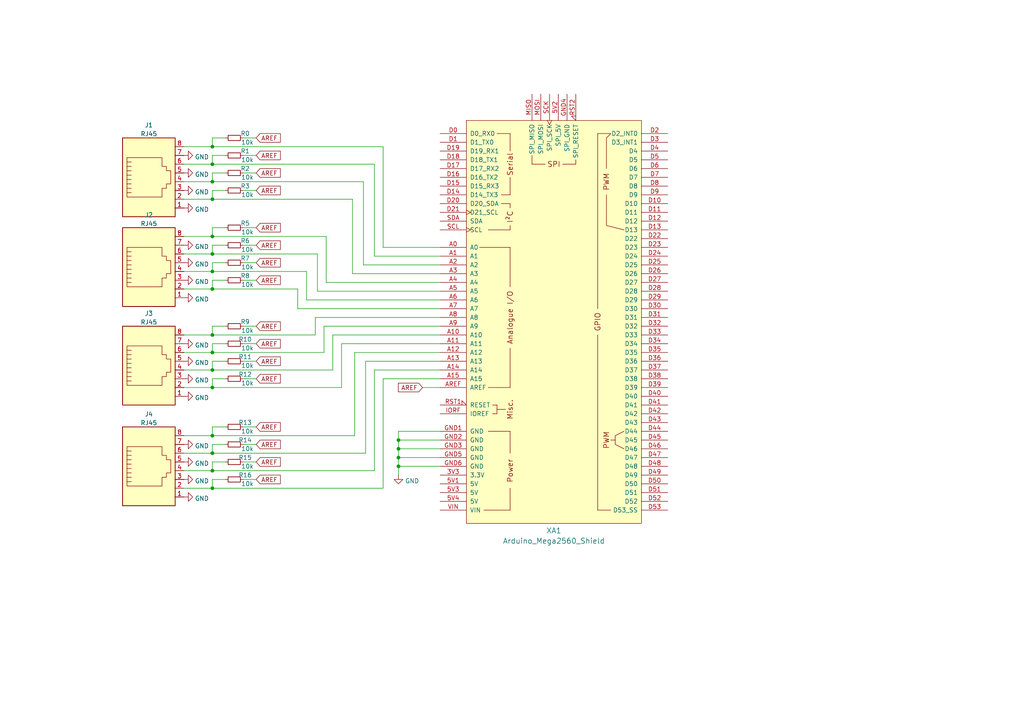
<source format=kicad_sch>
(kicad_sch (version 20211123) (generator eeschema)
  (paper "A4")
  (lib_symbols
    (symbol "Arduino_Library:Arduino_Mega2560_Shield" (pin_names (offset 1.016))
      (property "Reference" "XA" (at 2.54 0 90))
      (property "Value" "Arduino_Mega2560_Shield" (at -2.54 0 90))
      (symbol "Arduino_Mega2560_Shield_0_0"
        (rectangle (start -25.4 -58.42) (end 25.4 58.42) (fill (type background)))
        (rectangle (start -20.32 -54.61) (end -12.7 -54.61))
        (rectangle (start -19.05 -31.75) (end -12.7 -31.75))
        (rectangle (start -19.05 -19.05) (end -12.7 -19.05))
        (rectangle (start -19.05 26.67) (end -12.7 26.67))
        (rectangle (start -17.78 -26.67) (end -16.51 -26.67))
        (rectangle (start -17.78 -24.13) (end -16.51 -24.13))
        (rectangle (start -16.51 -25.4) (end -13.97 -25.4))
        (rectangle (start -16.51 -24.13) (end -16.51 -26.67))
        (rectangle (start -16.51 54.61) (end -12.7 54.61))
        (rectangle (start -15.24 34.29) (end -12.7 34.29))
        (rectangle (start -15.24 36.83) (end -12.7 36.83))
        (rectangle (start -12.7 -54.61) (end -12.7 -48.26))
        (rectangle (start -12.7 -31.75) (end -12.7 -38.1))
        (rectangle (start -12.7 26.67) (end -12.7 27.94))
        (rectangle (start -12.7 34.29) (end -12.7 33.02))
        (rectangle (start -12.7 41.91) (end -12.7 36.83))
        (rectangle (start -12.7 49.53) (end -12.7 54.61))
        (rectangle (start -6.35 48.26) (end -6.35 45.72))
        (rectangle (start -2.54 45.72) (end -6.35 45.72))
        (polyline (pts (xy -21.59 21.59) (xy -12.7 21.59)))
        (polyline (pts (xy -12.7 -19.05) (xy -12.7 -7.62)))
        (polyline (pts (xy -12.7 10.16) (xy -12.7 21.59)))
        (polyline (pts (xy 12.7 -54.61) (xy 16.51 -54.61)))
        (polyline (pts (xy 12.7 54.61) (xy 16.51 54.61)))
        (polyline (pts (xy 17.78 -34.29) (xy 16.51 -34.29)))
        (polyline (pts (xy 15.24 36.83) (xy 15.24 27.94) (xy 20.32 26.67)))
        (polyline (pts (xy 15.24 44.45) (xy 15.24 53.34) (xy 16.51 54.61)))
        (polyline (pts (xy 20.32 -31.75) (xy 17.78 -33.02) (xy 17.78 -35.56) (xy 20.32 -36.83)))
        (rectangle (start 6.35 45.72) (end 2.54 45.72))
        (rectangle (start 6.35 46.99) (end 6.35 45.72))
        (text "Analogue I/O" (at -12.7 1.27 900) (effects (font (size 1.524 1.524))))
        (text "I²C" (at -12.7 30.48 900) (effects (font (size 1.524 1.524))))
        (text "Misc." (at -12.7 -25.4 900) (effects (font (size 1.524 1.524))))
        (text "Power" (at -12.7 -43.18 900) (effects (font (size 1.524 1.524))))
        (text "PWM" (at 15.24 -34.29 900) (effects (font (size 1.524 1.524))))
        (text "PWM" (at 15.24 40.64 900) (effects (font (size 1.524 1.524))))
        (text "Serial" (at -12.7 45.72 900) (effects (font (size 1.524 1.524))))
        (text "SPI" (at 0 45.72 0) (effects (font (size 1.524 1.524))))
      )
      (symbol "Arduino_Mega2560_Shield_1_0"
        (rectangle (start 12.7 -54.61) (end 12.7 -3.81))
        (rectangle (start 12.7 54.61) (end 12.7 3.81))
        (text "GPIO" (at 12.7 0 900) (effects (font (size 1.524 1.524))))
      )
      (symbol "Arduino_Mega2560_Shield_1_1"
        (pin power_out line (at -33.02 -44.45 0) (length 7.62) (name "3.3V") (number "3V3"))
        (pin power_in line (at -33.02 -46.99 0) (length 7.62) (name "5V") (number "5V1"))
        (pin power_in line (at 1.27 66.04 270) (length 7.62) (name "SPI_5V") (number "5V2"))
        (pin power_in line (at -33.02 -49.53 0) (length 7.62) (name "5V") (number "5V3"))
        (pin power_in line (at -33.02 -52.07 0) (length 7.62) (name "5V") (number "5V4"))
        (pin bidirectional line (at -33.02 21.59 0) (length 7.62) (name "A0") (number "A0"))
        (pin bidirectional line (at -33.02 19.05 0) (length 7.62) (name "A1") (number "A1"))
        (pin bidirectional line (at -33.02 -3.81 0) (length 7.62) (name "A10") (number "A10"))
        (pin bidirectional line (at -33.02 -6.35 0) (length 7.62) (name "A11") (number "A11"))
        (pin bidirectional line (at -33.02 -8.89 0) (length 7.62) (name "A12") (number "A12"))
        (pin bidirectional line (at -33.02 -11.43 0) (length 7.62) (name "A13") (number "A13"))
        (pin bidirectional line (at -33.02 -13.97 0) (length 7.62) (name "A14") (number "A14"))
        (pin bidirectional line (at -33.02 -16.51 0) (length 7.62) (name "A15") (number "A15"))
        (pin bidirectional line (at -33.02 16.51 0) (length 7.62) (name "A2") (number "A2"))
        (pin bidirectional line (at -33.02 13.97 0) (length 7.62) (name "A3") (number "A3"))
        (pin bidirectional line (at -33.02 11.43 0) (length 7.62) (name "A4") (number "A4"))
        (pin bidirectional line (at -33.02 8.89 0) (length 7.62) (name "A5") (number "A5"))
        (pin bidirectional line (at -33.02 6.35 0) (length 7.62) (name "A6") (number "A6"))
        (pin bidirectional line (at -33.02 3.81 0) (length 7.62) (name "A7") (number "A7"))
        (pin bidirectional line (at -33.02 1.27 0) (length 7.62) (name "A8") (number "A8"))
        (pin bidirectional line (at -33.02 -1.27 0) (length 7.62) (name "A9") (number "A9"))
        (pin input line (at -33.02 -19.05 0) (length 7.62) (name "AREF") (number "AREF"))
        (pin bidirectional line (at -33.02 54.61 0) (length 7.62) (name "D0_RX0") (number "D0"))
        (pin bidirectional line (at -33.02 52.07 0) (length 7.62) (name "D1_TX0") (number "D1"))
        (pin bidirectional line (at 33.02 34.29 180) (length 7.62) (name "D10") (number "D10"))
        (pin bidirectional line (at 33.02 31.75 180) (length 7.62) (name "D11") (number "D11"))
        (pin bidirectional line (at 33.02 29.21 180) (length 7.62) (name "D12") (number "D12"))
        (pin bidirectional line (at 33.02 26.67 180) (length 7.62) (name "D13") (number "D13"))
        (pin bidirectional line (at -33.02 36.83 0) (length 7.62) (name "D14_TX3") (number "D14"))
        (pin bidirectional line (at -33.02 39.37 0) (length 7.62) (name "D15_RX3") (number "D15"))
        (pin bidirectional line (at -33.02 41.91 0) (length 7.62) (name "D16_TX2") (number "D16"))
        (pin bidirectional line (at -33.02 44.45 0) (length 7.62) (name "D17_RX2") (number "D17"))
        (pin bidirectional line (at -33.02 46.99 0) (length 7.62) (name "D18_TX1") (number "D18"))
        (pin bidirectional line (at -33.02 49.53 0) (length 7.62) (name "D19_RX1") (number "D19"))
        (pin bidirectional line (at 33.02 54.61 180) (length 7.62) (name "D2_INT0") (number "D2"))
        (pin bidirectional line (at -33.02 34.29 0) (length 7.62) (name "D20_SDA") (number "D20"))
        (pin bidirectional clock (at -33.02 31.75 0) (length 7.62) (name "D21_SCL") (number "D21"))
        (pin bidirectional line (at 33.02 24.13 180) (length 7.62) (name "D22") (number "D22"))
        (pin bidirectional line (at 33.02 21.59 180) (length 7.62) (name "D23") (number "D23"))
        (pin bidirectional line (at 33.02 19.05 180) (length 7.62) (name "D24") (number "D24"))
        (pin bidirectional line (at 33.02 16.51 180) (length 7.62) (name "D25") (number "D25"))
        (pin bidirectional line (at 33.02 13.97 180) (length 7.62) (name "D26") (number "D26"))
        (pin bidirectional line (at 33.02 11.43 180) (length 7.62) (name "D27") (number "D27"))
        (pin bidirectional line (at 33.02 8.89 180) (length 7.62) (name "D28") (number "D28"))
        (pin bidirectional line (at 33.02 6.35 180) (length 7.62) (name "D29") (number "D29"))
        (pin bidirectional line (at 33.02 52.07 180) (length 7.62) (name "D3_INT1") (number "D3"))
        (pin bidirectional line (at 33.02 3.81 180) (length 7.62) (name "D30") (number "D30"))
        (pin bidirectional line (at 33.02 1.27 180) (length 7.62) (name "D31") (number "D31"))
        (pin bidirectional line (at 33.02 -1.27 180) (length 7.62) (name "D32") (number "D32"))
        (pin bidirectional line (at 33.02 -3.81 180) (length 7.62) (name "D33") (number "D33"))
        (pin bidirectional line (at 33.02 -6.35 180) (length 7.62) (name "D34") (number "D34"))
        (pin bidirectional line (at 33.02 -8.89 180) (length 7.62) (name "D35") (number "D35"))
        (pin bidirectional line (at 33.02 -11.43 180) (length 7.62) (name "D36") (number "D36"))
        (pin bidirectional line (at 33.02 -13.97 180) (length 7.62) (name "D37") (number "D37"))
        (pin bidirectional line (at 33.02 -16.51 180) (length 7.62) (name "D38") (number "D38"))
        (pin bidirectional line (at 33.02 -19.05 180) (length 7.62) (name "D39") (number "D39"))
        (pin bidirectional line (at 33.02 49.53 180) (length 7.62) (name "D4") (number "D4"))
        (pin bidirectional line (at 33.02 -21.59 180) (length 7.62) (name "D40") (number "D40"))
        (pin bidirectional line (at 33.02 -24.13 180) (length 7.62) (name "D41") (number "D41"))
        (pin bidirectional line (at 33.02 -26.67 180) (length 7.62) (name "D42") (number "D42"))
        (pin bidirectional line (at 33.02 -29.21 180) (length 7.62) (name "D43") (number "D43"))
        (pin bidirectional line (at 33.02 -31.75 180) (length 7.62) (name "D44") (number "D44"))
        (pin bidirectional line (at 33.02 -34.29 180) (length 7.62) (name "D45") (number "D45"))
        (pin bidirectional line (at 33.02 -36.83 180) (length 7.62) (name "D46") (number "D46"))
        (pin bidirectional line (at 33.02 -39.37 180) (length 7.62) (name "D47") (number "D47"))
        (pin bidirectional line (at 33.02 -41.91 180) (length 7.62) (name "D48") (number "D48"))
        (pin bidirectional line (at 33.02 -44.45 180) (length 7.62) (name "D49") (number "D49"))
        (pin bidirectional line (at 33.02 46.99 180) (length 7.62) (name "D5") (number "D5"))
        (pin bidirectional line (at 33.02 -46.99 180) (length 7.62) (name "D50") (number "D50"))
        (pin bidirectional line (at 33.02 -49.53 180) (length 7.62) (name "D51") (number "D51"))
        (pin bidirectional line (at 33.02 -52.07 180) (length 7.62) (name "D52") (number "D52"))
        (pin bidirectional line (at 33.02 -54.61 180) (length 7.62) (name "D53_SS") (number "D53"))
        (pin bidirectional line (at 33.02 44.45 180) (length 7.62) (name "D6") (number "D6"))
        (pin bidirectional line (at 33.02 41.91 180) (length 7.62) (name "D7") (number "D7"))
        (pin bidirectional line (at 33.02 39.37 180) (length 7.62) (name "D8") (number "D8"))
        (pin bidirectional line (at 33.02 36.83 180) (length 7.62) (name "D9") (number "D9"))
        (pin power_in line (at -33.02 -31.75 0) (length 7.62) (name "GND") (number "GND1"))
        (pin power_in line (at -33.02 -34.29 0) (length 7.62) (name "GND") (number "GND2"))
        (pin power_in line (at -33.02 -36.83 0) (length 7.62) (name "GND") (number "GND3"))
        (pin power_in line (at 3.81 66.04 270) (length 7.62) (name "SPI_GND") (number "GND4"))
        (pin power_in line (at -33.02 -39.37 0) (length 7.62) (name "GND") (number "GND5"))
        (pin power_in line (at -33.02 -41.91 0) (length 7.62) (name "GND") (number "GND6"))
        (pin output line (at -33.02 -26.67 0) (length 7.62) (name "IOREF") (number "IORF"))
        (pin input line (at -6.35 66.04 270) (length 7.62) (name "SPI_MISO") (number "MISO"))
        (pin output line (at -3.81 66.04 270) (length 7.62) (name "SPI_MOSI") (number "MOSI"))
        (pin open_collector input_low (at -33.02 -24.13 0) (length 7.62) (name "RESET") (number "RST1"))
        (pin open_collector input_low (at 6.35 66.04 270) (length 7.62) (name "SPI_RESET") (number "RST2"))
        (pin output clock (at -1.27 66.04 270) (length 7.62) (name "SPI_SCK") (number "SCK"))
        (pin bidirectional clock (at -33.02 26.67 0) (length 7.62) (name "SCL") (number "SCL"))
        (pin bidirectional line (at -33.02 29.21 0) (length 7.62) (name "SDA") (number "SDA"))
        (pin power_in line (at -33.02 -54.61 0) (length 7.62) (name "VIN") (number "VIN"))
      )
    )
    (symbol "Connector:RJ45" (pin_names (offset 1.016))
      (property "Reference" "J" (at -5.08 13.97 0))
      (property "Value" "RJ45" (at 2.54 13.97 0))
      (symbol "RJ45_0_1"
        (polyline (pts (xy -5.08 4.445) (xy -6.35 4.445)))
        (polyline (pts (xy -5.08 5.715) (xy -6.35 5.715)))
        (polyline (pts (xy -6.35 -3.175) (xy -5.08 -3.175) (xy -5.08 -3.175)))
        (polyline (pts (xy -6.35 -1.905) (xy -5.08 -1.905) (xy -5.08 -1.905)))
        (polyline (pts (xy -6.35 -0.635) (xy -5.08 -0.635) (xy -5.08 -0.635)))
        (polyline (pts (xy -6.35 0.635) (xy -5.08 0.635) (xy -5.08 0.635)))
        (polyline (pts (xy -6.35 1.905) (xy -5.08 1.905) (xy -5.08 1.905)))
        (polyline (pts (xy -5.08 3.175) (xy -6.35 3.175) (xy -6.35 3.175)))
        (polyline (pts (xy -6.35 -4.445) (xy -6.35 6.985) (xy 3.81 6.985) (xy 3.81 4.445) (xy 5.08 4.445) (xy 5.08 3.175) (xy 6.35 3.175) (xy 6.35 -0.635) (xy 5.08 -0.635) (xy 5.08 -1.905) (xy 3.81 -1.905) (xy 3.81 -4.445) (xy -6.35 -4.445) (xy -6.35 -4.445)))
        (rectangle (start 7.62 12.7) (end -7.62 -10.16) (stroke (width 0.254)) (fill (type background)))
      )
      (symbol "RJ45_1_1"
        (pin passive line (at 10.16 -7.62 180) (length 2.54) (name "~") (number "1"))
        (pin passive line (at 10.16 -5.08 180) (length 2.54) (name "~") (number "2"))
        (pin passive line (at 10.16 -2.54 180) (length 2.54) (name "~") (number "3"))
        (pin passive line (at 10.16 0 180) (length 2.54) (name "~") (number "4"))
        (pin passive line (at 10.16 2.54 180) (length 2.54) (name "~") (number "5"))
        (pin passive line (at 10.16 5.08 180) (length 2.54) (name "~") (number "6"))
        (pin passive line (at 10.16 7.62 180) (length 2.54) (name "~") (number "7"))
        (pin passive line (at 10.16 10.16 180) (length 2.54) (name "~") (number "8"))
      )
    )
    (symbol "Device:R_Small" (pin_numbers hide) (pin_names (offset 0.254) hide)
      (property "Reference" "R" (at 0.762 0.508 0))
      (property "Value" "R_Small" (at 0.762 -1.016 0))
      (symbol "R_Small_0_1"
        (rectangle (start -0.762 1.778) (end 0.762 -1.778) (stroke (width 0.2032)))
      )
      (symbol "R_Small_1_1"
        (pin passive line (at 0 2.54 270) (length 0.762) (name "~") (number "1"))
        (pin passive line (at 0 -2.54 90) (length 0.762) (name "~") (number "2"))
      )
    )
    (symbol "power:GND" (power) (pin_names (offset 0))
      (property "Value" "GND" (at 0 -3.81 0))
      (symbol "GND_0_1"
        (polyline (pts (xy 0 0) (xy 0 -1.27) (xy 1.27 -1.27) (xy 0 -2.54) (xy -1.27 -1.27) (xy 0 -1.27)))
      )
      (symbol "GND_1_1"
        (pin power_in line (at 0 0 270) (length 0) hide (name "GND") (number "1"))
      )
    )
  )
  (junction (at 61.595 102.235))
  (junction (at 61.595 131.445))
  (junction (at 61.595 78.74))
  (junction (at 61.595 47.625))
  (junction (at 61.595 141.605))
  (junction (at 61.595 52.705))
  (junction (at 115.57 130.175))
  (junction (at 61.595 68.58))
  (junction (at 61.595 107.315))
  (junction (at 61.595 136.525))
  (junction (at 61.595 83.82))
  (junction (at 115.57 132.715))
  (junction (at 115.57 127.635))
  (junction (at 61.595 73.66))
  (junction (at 61.595 42.545))
  (junction (at 61.595 112.395))
  (junction (at 115.57 135.255))
  (junction (at 61.595 57.785))
  (junction (at 61.595 126.365))
  (junction (at 61.595 97.155))
  (wire (pts (xy 115.57 130.175) (xy 127.635 130.175)))
  (wire (pts (xy 61.595 109.855) (xy 61.595 112.395)))
  (wire (pts (xy 88.9 86.995) (xy 88.9 78.74)))
  (wire (pts (xy 61.595 126.365) (xy 53.34 126.365)))
  (wire (pts (xy 70.485 94.615) (xy 74.295 94.615)))
  (wire (pts (xy 96.52 107.315) (xy 96.52 97.155)))
  (wire (pts (xy 53.34 102.235) (xy 61.595 102.235)))
  (wire (pts (xy 115.57 127.635) (xy 115.57 125.095)))
  (wire (pts (xy 108.585 74.295) (xy 127.635 74.295)))
  (wire (pts (xy 102.87 102.235) (xy 102.87 126.365)))
  (wire (pts (xy 61.595 52.705) (xy 53.34 52.705)))
  (wire (pts (xy 61.595 141.605) (xy 53.34 141.605)))
  (wire (pts (xy 65.405 123.825) (xy 61.595 123.825)))
  (wire (pts (xy 127.635 84.455) (xy 92.075 84.455)))
  (wire (pts (xy 70.485 139.065) (xy 74.295 139.065)))
  (wire (pts (xy 53.34 47.625) (xy 61.595 47.625)))
  (wire (pts (xy 102.235 57.785) (xy 61.595 57.785)))
  (wire (pts (xy 61.595 139.065) (xy 61.595 141.605)))
  (wire (pts (xy 65.405 139.065) (xy 61.595 139.065)))
  (wire (pts (xy 61.595 78.74) (xy 53.34 78.74)))
  (wire (pts (xy 70.485 128.905) (xy 74.295 128.905)))
  (wire (pts (xy 65.405 128.905) (xy 61.595 128.905)))
  (wire (pts (xy 53.34 42.545) (xy 61.595 42.545)))
  (wire (pts (xy 61.595 81.28) (xy 61.595 83.82)))
  (wire (pts (xy 65.405 109.855) (xy 61.595 109.855)))
  (wire (pts (xy 61.595 71.12) (xy 61.595 73.66)))
  (wire (pts (xy 70.485 45.085) (xy 74.295 45.085)))
  (wire (pts (xy 92.075 84.455) (xy 92.075 73.66)))
  (wire (pts (xy 115.57 132.715) (xy 127.635 132.715)))
  (wire (pts (xy 61.595 107.315) (xy 96.52 107.315)))
  (wire (pts (xy 65.405 133.985) (xy 61.595 133.985)))
  (wire (pts (xy 108.585 107.315) (xy 108.585 136.525)))
  (wire (pts (xy 61.595 83.82) (xy 53.34 83.82)))
  (wire (pts (xy 61.595 45.085) (xy 61.595 47.625)))
  (wire (pts (xy 65.405 50.165) (xy 61.595 50.165)))
  (wire (pts (xy 102.235 57.785) (xy 102.235 79.375)))
  (wire (pts (xy 102.87 126.365) (xy 61.595 126.365)))
  (wire (pts (xy 92.075 73.66) (xy 61.595 73.66)))
  (wire (pts (xy 86.36 89.535) (xy 86.36 83.82)))
  (wire (pts (xy 99.06 112.395) (xy 99.06 99.695)))
  (wire (pts (xy 105.41 52.705) (xy 105.41 76.835)))
  (wire (pts (xy 111.125 141.605) (xy 61.595 141.605)))
  (wire (pts (xy 70.485 133.985) (xy 74.295 133.985)))
  (wire (pts (xy 115.57 137.795) (xy 115.57 135.255)))
  (wire (pts (xy 93.98 94.615) (xy 93.98 102.235)))
  (wire (pts (xy 86.36 83.82) (xy 61.595 83.82)))
  (wire (pts (xy 70.485 76.2) (xy 74.295 76.2)))
  (wire (pts (xy 65.405 71.12) (xy 61.595 71.12)))
  (wire (pts (xy 70.485 104.775) (xy 74.295 104.775)))
  (wire (pts (xy 65.405 81.28) (xy 61.595 81.28)))
  (wire (pts (xy 115.57 132.715) (xy 115.57 130.175)))
  (wire (pts (xy 105.41 52.705) (xy 61.595 52.705)))
  (wire (pts (xy 106.045 131.445) (xy 61.595 131.445)))
  (wire (pts (xy 111.125 109.855) (xy 111.125 141.605)))
  (wire (pts (xy 65.405 99.695) (xy 61.595 99.695)))
  (wire (pts (xy 61.595 40.005) (xy 61.595 42.545)))
  (wire (pts (xy 108.585 136.525) (xy 61.595 136.525)))
  (wire (pts (xy 70.485 81.28) (xy 74.295 81.28)))
  (wire (pts (xy 99.06 99.695) (xy 127.635 99.695)))
  (wire (pts (xy 61.595 112.395) (xy 99.06 112.395)))
  (wire (pts (xy 127.635 76.835) (xy 105.41 76.835)))
  (wire (pts (xy 61.595 104.775) (xy 61.595 107.315)))
  (wire (pts (xy 61.595 131.445) (xy 53.34 131.445)))
  (wire (pts (xy 111.125 71.755) (xy 127.635 71.755)))
  (wire (pts (xy 115.57 135.255) (xy 115.57 132.715)))
  (wire (pts (xy 65.405 94.615) (xy 61.595 94.615)))
  (wire (pts (xy 111.125 42.545) (xy 111.125 71.755)))
  (wire (pts (xy 96.52 97.155) (xy 127.635 97.155)))
  (wire (pts (xy 61.595 55.245) (xy 61.595 57.785)))
  (wire (pts (xy 65.405 40.005) (xy 61.595 40.005)))
  (wire (pts (xy 61.595 57.785) (xy 53.34 57.785)))
  (wire (pts (xy 91.44 97.155) (xy 91.44 92.075)))
  (wire (pts (xy 53.34 107.315) (xy 61.595 107.315)))
  (wire (pts (xy 61.595 102.235) (xy 93.98 102.235)))
  (wire (pts (xy 61.595 99.695) (xy 61.595 102.235)))
  (wire (pts (xy 65.405 104.775) (xy 61.595 104.775)))
  (wire (pts (xy 61.595 97.155) (xy 91.44 97.155)))
  (wire (pts (xy 61.595 47.625) (xy 108.585 47.625)))
  (wire (pts (xy 70.485 71.12) (xy 74.295 71.12)))
  (wire (pts (xy 70.485 109.855) (xy 74.295 109.855)))
  (wire (pts (xy 70.485 99.695) (xy 74.295 99.695)))
  (wire (pts (xy 61.595 76.2) (xy 61.595 78.74)))
  (wire (pts (xy 70.485 50.165) (xy 74.295 50.165)))
  (wire (pts (xy 91.44 92.075) (xy 127.635 92.075)))
  (wire (pts (xy 70.485 66.04) (xy 74.295 66.04)))
  (wire (pts (xy 70.485 55.245) (xy 74.295 55.245)))
  (wire (pts (xy 61.595 42.545) (xy 111.125 42.545)))
  (wire (pts (xy 94.615 81.915) (xy 94.615 68.58)))
  (wire (pts (xy 61.595 66.04) (xy 61.595 68.58)))
  (wire (pts (xy 61.595 133.985) (xy 61.595 136.525)))
  (wire (pts (xy 65.405 76.2) (xy 61.595 76.2)))
  (wire (pts (xy 70.485 40.005) (xy 74.295 40.005)))
  (wire (pts (xy 122.555 112.395) (xy 127.635 112.395)))
  (wire (pts (xy 127.635 89.535) (xy 86.36 89.535)))
  (wire (pts (xy 65.405 66.04) (xy 61.595 66.04)))
  (wire (pts (xy 115.57 130.175) (xy 115.57 127.635)))
  (wire (pts (xy 127.635 94.615) (xy 93.98 94.615)))
  (wire (pts (xy 61.595 68.58) (xy 53.34 68.58)))
  (wire (pts (xy 127.635 79.375) (xy 102.235 79.375)))
  (wire (pts (xy 127.635 81.915) (xy 94.615 81.915)))
  (wire (pts (xy 53.34 112.395) (xy 61.595 112.395)))
  (wire (pts (xy 115.57 127.635) (xy 127.635 127.635)))
  (wire (pts (xy 108.585 47.625) (xy 108.585 74.295)))
  (wire (pts (xy 61.595 123.825) (xy 61.595 126.365)))
  (wire (pts (xy 65.405 45.085) (xy 61.595 45.085)))
  (wire (pts (xy 127.635 107.315) (xy 108.585 107.315)))
  (wire (pts (xy 61.595 128.905) (xy 61.595 131.445)))
  (wire (pts (xy 61.595 73.66) (xy 53.34 73.66)))
  (wire (pts (xy 53.34 97.155) (xy 61.595 97.155)))
  (wire (pts (xy 70.485 123.825) (xy 74.295 123.825)))
  (wire (pts (xy 94.615 68.58) (xy 61.595 68.58)))
  (wire (pts (xy 127.635 102.235) (xy 102.87 102.235)))
  (wire (pts (xy 127.635 86.995) (xy 88.9 86.995)))
  (wire (pts (xy 88.9 78.74) (xy 61.595 78.74)))
  (wire (pts (xy 127.635 104.775) (xy 106.045 104.775)))
  (wire (pts (xy 61.595 50.165) (xy 61.595 52.705)))
  (wire (pts (xy 61.595 94.615) (xy 61.595 97.155)))
  (wire (pts (xy 106.045 104.775) (xy 106.045 131.445)))
  (wire (pts (xy 115.57 125.095) (xy 127.635 125.095)))
  (wire (pts (xy 61.595 136.525) (xy 53.34 136.525)))
  (wire (pts (xy 65.405 55.245) (xy 61.595 55.245)))
  (wire (pts (xy 127.635 109.855) (xy 111.125 109.855)))
  (wire (pts (xy 115.57 135.255) (xy 127.635 135.255)))
  (global_label "AREF" (shape input) (at 74.295 81.28 0) (property "Intersheet References" "${INTERSHEET_REFS}" (effects hide)))
  (global_label "AREF" (shape input) (at 74.295 66.04 0) (property "Intersheet References" "${INTERSHEET_REFS}" (effects hide)))
  (global_label "AREF" (shape input) (at 74.295 109.855 0) (property "Intersheet References" "${INTERSHEET_REFS}" (effects hide)))
  (global_label "AREF" (shape input) (at 74.295 94.615 0) (property "Intersheet References" "${INTERSHEET_REFS}" (effects hide)))
  (global_label "AREF" (shape input) (at 74.295 40.005 0) (property "Intersheet References" "${INTERSHEET_REFS}" (effects hide)))
  (global_label "AREF" (shape input) (at 74.295 55.245 0) (property "Intersheet References" "${INTERSHEET_REFS}" (effects hide)))
  (global_label "AREF" (shape input) (at 74.295 128.905 0) (property "Intersheet References" "${INTERSHEET_REFS}" (effects hide)))
  (global_label "AREF" (shape input) (at 74.295 123.825 0) (property "Intersheet References" "${INTERSHEET_REFS}" (effects hide)))
  (global_label "AREF" (shape input) (at 74.295 133.985 0) (property "Intersheet References" "${INTERSHEET_REFS}" (effects hide)))
  (global_label "AREF" (shape input) (at 74.295 71.12 0) (property "Intersheet References" "${INTERSHEET_REFS}" (effects hide)))
  (global_label "AREF" (shape input) (at 74.295 99.695 0) (property "Intersheet References" "${INTERSHEET_REFS}" (effects hide)))
  (global_label "AREF" (shape input) (at 74.295 45.085 0) (property "Intersheet References" "${INTERSHEET_REFS}" (effects hide)))
  (global_label "AREF" (shape input) (at 74.295 76.2 0) (property "Intersheet References" "${INTERSHEET_REFS}" (effects hide)))
  (global_label "AREF" (shape input) (at 122.555 112.395 180) (property "Intersheet References" "${INTERSHEET_REFS}" (effects hide)))
  (global_label "AREF" (shape input) (at 74.295 104.775 0) (property "Intersheet References" "${INTERSHEET_REFS}" (effects hide)))
  (global_label "AREF" (shape input) (at 74.295 50.165 0) (property "Intersheet References" "${INTERSHEET_REFS}" (effects hide)))
  (global_label "AREF" (shape input) (at 74.295 139.065 0) (property "Intersheet References" "${INTERSHEET_REFS}" (effects hide)))
  (symbol (lib_id "Device:R_Small") (at 67.945 40.005 90) (unit 1)
    (property "Reference" "R0" (at 71.12 38.735 90))
    (property "Value" "10k" (at 71.755 41.275 90))
    (property "Footprint" "Resistor_SMD:R_0603_1608Metric" (effects hide))
  )
  (symbol (lib_id "Device:R_Small") (at 67.945 99.695 90) (unit 1)
    (property "Reference" "R10" (at 71.12 98.425 90))
    (property "Value" "10k" (at 71.755 100.965 90))
    (property "Footprint" "Resistor_SMD:R_0603_1608Metric" (effects hide))
  )
  (symbol (lib_id "Device:R_Small") (at 67.945 71.12 90) (unit 1)
    (property "Reference" "R6" (at 71.12 69.85 90))
    (property "Value" "10k" (at 71.755 72.39 90))
    (property "Footprint" "Resistor_SMD:R_0603_1608Metric" (effects hide))
  )
  (symbol (lib_id "power:GND") (at 53.34 139.065 90) (unit 1)
    (property "Reference" "#PWR015" (effects hide))
    (property "Value" "GND" (at 56.515 139.4988 90) (effects (justify right)))
  )
  (symbol (lib_id "Connector:RJ45") (at 43.18 78.74 0) (unit 1)
    (property "Reference" "J2" (at 43.18 62.3402 0))
    (property "Value" "RJ45" (at 43.18 64.8771 0))
    (property "Footprint" "Connector_RJ:RJ45_Ninigi_GE" (effects hide))
  )
  (symbol (lib_id "power:GND") (at 115.57 137.795 0) (unit 1)
    (property "Reference" "#PWR017" (effects hide))
    (property "Value" "GND" (at 117.475 139.4988 0) (effects (justify left)))
  )
  (symbol (lib_id "Connector:RJ45") (at 43.18 107.315 0) (unit 1)
    (property "Reference" "J3" (at 43.18 90.9152 0))
    (property "Value" "RJ45" (at 43.18 93.4521 0))
    (property "Footprint" "Connector_RJ:RJ45_Ninigi_GE" (effects hide))
  )
  (symbol (lib_id "power:GND") (at 53.34 144.145 90) (unit 1)
    (property "Reference" "#PWR016" (effects hide))
    (property "Value" "GND" (at 56.515 144.5788 90) (effects (justify right)))
  )
  (symbol (lib_id "Arduino_Library:Arduino_Mega2560_Shield") (at 160.655 93.345 0) (unit 1)
    (property "Reference" "XA1" (at 160.655 153.8967 0) (effects (font (size 1.524 1.524))))
    (property "Value" "Arduino_Mega2560_Shield" (at 160.655 156.8901 0) (effects (font (size 1.524 1.524))))
    (property "Footprint" "Arduino_Library:Arduino_Mega2560_Shield" (effects hide))
    (property "Datasheet" "https://docs.arduino.cc/hardware/mega-2560" (effects hide))
  )
  (symbol (lib_id "power:GND") (at 53.34 109.855 90) (unit 1)
    (property "Reference" "#PWR011" (effects hide))
    (property "Value" "GND" (at 56.515 110.2888 90) (effects (justify right)))
  )
  (symbol (lib_id "power:GND") (at 53.34 76.2 90) (unit 1)
    (property "Reference" "#PWR06" (effects hide))
    (property "Value" "GND" (at 56.515 76.6338 90) (effects (justify right)))
  )
  (symbol (lib_id "power:GND") (at 53.34 114.935 90) (unit 1)
    (property "Reference" "#PWR012" (effects hide))
    (property "Value" "GND" (at 56.515 115.3688 90) (effects (justify right)))
  )
  (symbol (lib_id "power:GND") (at 53.34 45.085 90) (unit 1)
    (property "Reference" "#PWR?" (effects hide))
    (property "Value" "GND" (at 56.515 45.5188 90) (effects (justify right)))
  )
  (symbol (lib_id "Device:R_Small") (at 67.945 123.825 90) (unit 1)
    (property "Reference" "R13" (at 71.12 122.555 90))
    (property "Value" "10k" (at 71.755 125.095 90))
    (property "Footprint" "Resistor_SMD:R_0603_1608Metric" (effects hide))
  )
  (symbol (lib_id "power:GND") (at 53.34 86.36 90) (unit 1)
    (property "Reference" "#PWR08" (effects hide))
    (property "Value" "GND" (at 56.515 86.7938 90) (effects (justify right)))
  )
  (symbol (lib_id "power:GND") (at 53.34 50.165 90) (unit 1)
    (property "Reference" "#PWR?" (effects hide))
    (property "Value" "GND" (at 56.515 50.5988 90) (effects (justify right)))
  )
  (symbol (lib_id "Device:R_Small") (at 67.945 55.245 90) (unit 1)
    (property "Reference" "R3" (at 71.12 53.975 90))
    (property "Value" "10k" (at 71.755 56.515 90))
    (property "Footprint" "Resistor_SMD:R_0603_1608Metric" (effects hide))
  )
  (symbol (lib_id "Device:R_Small") (at 67.945 45.085 90) (unit 1)
    (property "Reference" "R1" (at 71.12 43.815 90))
    (property "Value" "10k" (at 71.755 46.355 90))
    (property "Footprint" "Resistor_SMD:R_0603_1608Metric" (effects hide))
  )
  (symbol (lib_id "power:GND") (at 53.34 81.28 90) (unit 1)
    (property "Reference" "#PWR07" (effects hide))
    (property "Value" "GND" (at 56.515 81.7138 90) (effects (justify right)))
  )
  (symbol (lib_id "Device:R_Small") (at 67.945 104.775 90) (unit 1)
    (property "Reference" "R11" (at 71.12 103.505 90))
    (property "Value" "10k" (at 71.755 106.045 90))
    (property "Footprint" "Resistor_SMD:R_0603_1608Metric" (effects hide))
  )
  (symbol (lib_id "power:GND") (at 53.34 60.325 90) (unit 1)
    (property "Reference" "#PWR?" (effects hide))
    (property "Value" "GND" (at 56.515 60.7588 90) (effects (justify right)))
  )
  (symbol (lib_id "power:GND") (at 53.34 128.905 90) (unit 1)
    (property "Reference" "#PWR013" (effects hide))
    (property "Value" "GND" (at 56.515 129.3388 90) (effects (justify right)))
  )
  (symbol (lib_id "Device:R_Small") (at 67.945 66.04 90) (unit 1)
    (property "Reference" "R5" (at 71.12 64.77 90))
    (property "Value" "10k" (at 71.755 67.31 90))
    (property "Footprint" "Resistor_SMD:R_0603_1608Metric" (effects hide))
  )
  (symbol (lib_id "Device:R_Small") (at 67.945 76.2 90) (unit 1)
    (property "Reference" "R7" (at 71.12 74.93 90))
    (property "Value" "10k" (at 71.755 77.47 90))
    (property "Footprint" "Resistor_SMD:R_0603_1608Metric" (effects hide))
  )
  (symbol (lib_id "power:GND") (at 53.34 71.12 90) (unit 1)
    (property "Reference" "#PWR05" (effects hide))
    (property "Value" "GND" (at 56.515 71.5538 90) (effects (justify right)))
  )
  (symbol (lib_id "Device:R_Small") (at 67.945 81.28 90) (unit 1)
    (property "Reference" "R8" (at 71.12 80.01 90))
    (property "Value" "10k" (at 71.755 82.55 90))
    (property "Footprint" "Resistor_SMD:R_0603_1608Metric" (effects hide))
  )
  (symbol (lib_id "Device:R_Small") (at 67.945 50.165 90) (unit 1)
    (property "Reference" "R2" (at 71.12 48.895 90))
    (property "Value" "10k" (at 71.755 51.435 90))
    (property "Footprint" "Resistor_SMD:R_0603_1608Metric" (effects hide))
  )
  (symbol (lib_id "Device:R_Small") (at 67.945 109.855 90) (unit 1)
    (property "Reference" "R12" (at 71.12 108.585 90))
    (property "Value" "10k" (at 71.755 111.125 90))
    (property "Footprint" "Resistor_SMD:R_0603_1608Metric" (effects hide))
  )
  (symbol (lib_id "Connector:RJ45") (at 43.18 52.705 0) (unit 1)
    (property "Reference" "J1" (at 43.18 36.3052 0))
    (property "Value" "RJ45" (at 43.18 38.8421 0))
    (property "Footprint" "Connector_RJ:RJ45_Ninigi_GE" (effects hide))
  )
  (symbol (lib_id "power:GND") (at 53.34 104.775 90) (unit 1)
    (property "Reference" "#PWR010" (effects hide))
    (property "Value" "GND" (at 56.515 105.2088 90) (effects (justify right)))
  )
  (symbol (lib_id "power:GND") (at 53.34 99.695 90) (unit 1)
    (property "Reference" "#PWR09" (effects hide))
    (property "Value" "GND" (at 56.515 100.1288 90) (effects (justify right)))
  )
  (symbol (lib_id "Device:R_Small") (at 67.945 139.065 90) (unit 1)
    (property "Reference" "R16" (at 71.12 137.795 90))
    (property "Value" "10k" (at 71.755 140.335 90))
    (property "Footprint" "Resistor_SMD:R_0603_1608Metric" (effects hide))
  )
  (symbol (lib_id "Device:R_Small") (at 67.945 94.615 90) (unit 1)
    (property "Reference" "R9" (at 71.12 93.345 90))
    (property "Value" "10k" (at 71.755 95.885 90))
    (property "Footprint" "Resistor_SMD:R_0603_1608Metric" (effects hide))
  )
  (symbol (lib_id "Connector:RJ45") (at 43.18 136.525 0) (unit 1)
    (property "Reference" "J4" (at 43.18 120.1252 0))
    (property "Value" "RJ45" (at 43.18 122.6621 0))
    (property "Footprint" "Connector_RJ:RJ45_Ninigi_GE" (effects hide))
  )
  (symbol (lib_id "Device:R_Small") (at 67.945 128.905 90) (unit 1)
    (property "Reference" "R14" (at 71.12 127.635 90))
    (property "Value" "10k" (at 71.755 130.175 90))
    (property "Footprint" "Resistor_SMD:R_0603_1608Metric" (effects hide))
  )
  (symbol (lib_id "power:GND") (at 53.34 55.245 90) (unit 1)
    (property "Reference" "#PWR?" (effects hide))
    (property "Value" "GND" (at 56.515 55.6788 90) (effects (justify right)))
  )
  (symbol (lib_id "power:GND") (at 53.34 133.985 90) (unit 1)
    (property "Reference" "#PWR014" (effects hide))
    (property "Value" "GND" (at 56.515 134.4188 90) (effects (justify right)))
  )
  (symbol (lib_id "Device:R_Small") (at 67.945 133.985 90) (unit 1)
    (property "Reference" "R15" (at 71.12 132.715 90))
    (property "Value" "10k" (at 71.755 135.255 90))
    (property "Footprint" "Resistor_SMD:R_0603_1608Metric" (effects hide))
  )
)
</source>
